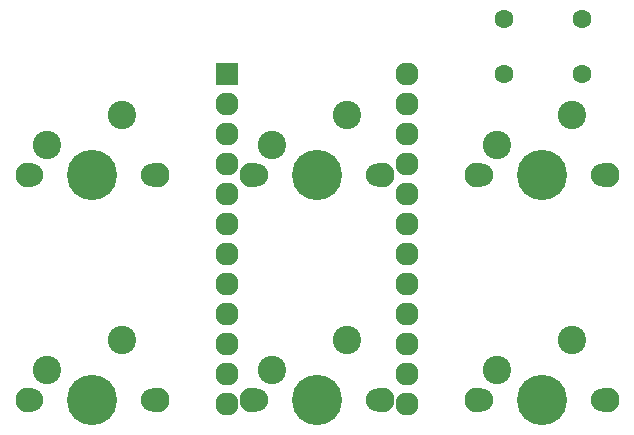
<source format=gbr>
%TF.GenerationSoftware,Altium Limited,Altium Designer,20.1.12 (249)*%
G04 Layer_Color=16711935*
%FSLAX26Y26*%
%MOIN*%
%TF.SameCoordinates,4EBFCD2D-B14F-4313-BC4F-D652A0771492*%
%TF.FilePolarity,Negative*%
%TF.FileFunction,Soldermask,Bot*%
%TF.Part,Single*%
G01*
G75*
%TA.AperFunction,ComponentPad*%
%ADD21C,0.167449*%
%ADD22C,0.082803*%
%ADD23C,0.074929*%
%ADD24C,0.094614*%
%ADD25C,0.077016*%
%ADD26R,0.077016X0.077016*%
%ADD27C,0.063118*%
D21*
X1089173Y1084842D02*
D03*
X339961Y335630D02*
D03*
X1838386D02*
D03*
X1089173D02*
D03*
X339961Y1084842D02*
D03*
X1838386D02*
D03*
D22*
X1305709D02*
D03*
X872638D02*
D03*
X556496Y335630D02*
D03*
X123425D02*
D03*
X2054921D02*
D03*
X1621850D02*
D03*
X1305709D02*
D03*
X872638D02*
D03*
X556496Y1084842D02*
D03*
X123425D02*
D03*
X2054921D02*
D03*
X1621850D02*
D03*
D23*
X1289173D02*
D03*
X889173D02*
D03*
X539961Y335630D02*
D03*
X139961D02*
D03*
X2038386D02*
D03*
X1638386D02*
D03*
X1289173D02*
D03*
X889173D02*
D03*
X539961Y1084842D02*
D03*
X139961D02*
D03*
X2038386D02*
D03*
X1638386D02*
D03*
D24*
X1189173Y1284842D02*
D03*
X939173Y1184842D02*
D03*
X439961Y535630D02*
D03*
X189961Y435630D02*
D03*
X1938386Y535630D02*
D03*
X1688386Y435630D02*
D03*
X1189173Y535630D02*
D03*
X939173Y435630D02*
D03*
X439961Y1284842D02*
D03*
X189961Y1184842D02*
D03*
X1938386Y1284842D02*
D03*
X1688386Y1184842D02*
D03*
D25*
X1389764Y1220472D02*
D03*
Y420472D02*
D03*
Y820472D02*
D03*
Y320472D02*
D03*
Y620472D02*
D03*
Y520472D02*
D03*
Y1020472D02*
D03*
Y920472D02*
D03*
Y1320472D02*
D03*
Y1120472D02*
D03*
Y1420472D02*
D03*
Y720472D02*
D03*
X789764Y420472D02*
D03*
Y820472D02*
D03*
Y1220472D02*
D03*
Y320472D02*
D03*
Y620472D02*
D03*
Y520472D02*
D03*
Y1020472D02*
D03*
Y920472D02*
D03*
Y1120472D02*
D03*
Y1320472D02*
D03*
Y720472D02*
D03*
D26*
Y1420472D02*
D03*
D27*
X1712599Y1421260D02*
D03*
Y1602362D02*
D03*
X1972441Y1421260D02*
D03*
Y1602362D02*
D03*
%TF.MD5,b7198a11a442c5c978093f62d9e2659f*%
M02*

</source>
